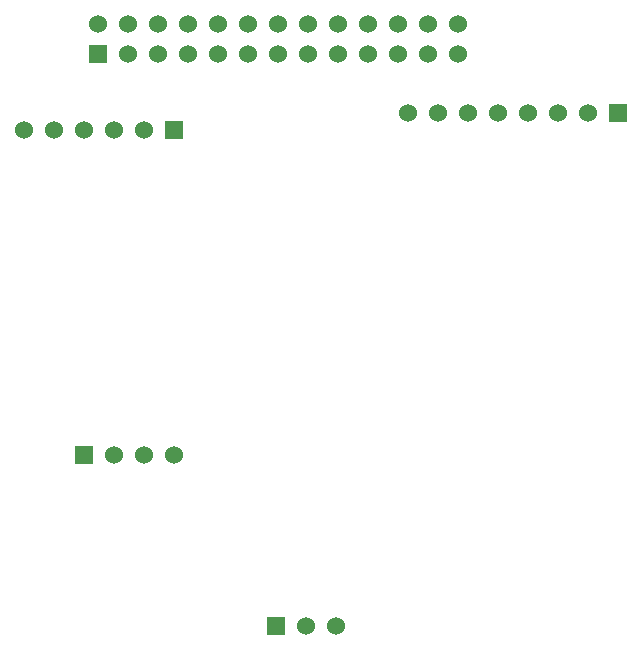
<source format=gbs>
G04 (created by PCBNEW (2013-jul-07)-stable) date Sat 04 Apr 2015 10:28:46 BST*
%MOIN*%
G04 Gerber Fmt 3.4, Leading zero omitted, Abs format*
%FSLAX34Y34*%
G01*
G70*
G90*
G04 APERTURE LIST*
%ADD10C,0.00590551*%
%ADD11R,0.06X0.06*%
%ADD12C,0.06*%
G04 APERTURE END LIST*
G54D10*
G54D11*
X38736Y-18503D03*
G54D12*
X37736Y-18503D03*
X36736Y-18503D03*
X35736Y-18503D03*
X34736Y-18503D03*
X33736Y-18503D03*
X32736Y-18503D03*
X31736Y-18503D03*
G54D11*
X20940Y-29921D03*
G54D12*
X21940Y-29921D03*
X22940Y-29921D03*
X23940Y-29921D03*
G54D11*
X27346Y-35629D03*
G54D12*
X28346Y-35629D03*
X29346Y-35629D03*
G54D11*
X21405Y-16543D03*
G54D12*
X21405Y-15543D03*
X22405Y-16543D03*
X22405Y-15543D03*
X23405Y-16543D03*
X23405Y-15543D03*
X24405Y-16543D03*
X24405Y-15543D03*
X25405Y-16543D03*
X25405Y-15543D03*
X26405Y-16543D03*
X26405Y-15543D03*
X27405Y-16543D03*
X27405Y-15543D03*
X28405Y-16543D03*
X28405Y-15543D03*
X29405Y-16543D03*
X29405Y-15543D03*
X30405Y-16543D03*
X30405Y-15543D03*
X31405Y-16543D03*
X31405Y-15543D03*
X32405Y-16543D03*
X32405Y-15543D03*
X33405Y-16543D03*
X33405Y-15543D03*
G54D11*
X23956Y-19094D03*
G54D12*
X22956Y-19094D03*
X21956Y-19094D03*
X20956Y-19094D03*
X19956Y-19094D03*
X18956Y-19094D03*
M02*

</source>
